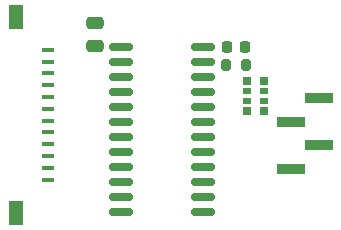
<source format=gbr>
%TF.GenerationSoftware,KiCad,Pcbnew,7.0.8*%
%TF.CreationDate,2024-06-02T10:45:53-04:00*%
%TF.ProjectId,rugby64 jr,72756762-7936-4342-906a-722e6b696361,rev?*%
%TF.SameCoordinates,Original*%
%TF.FileFunction,Soldermask,Top*%
%TF.FilePolarity,Negative*%
%FSLAX46Y46*%
G04 Gerber Fmt 4.6, Leading zero omitted, Abs format (unit mm)*
G04 Created by KiCad (PCBNEW 7.0.8) date 2024-06-02 10:45:53*
%MOMM*%
%LPD*%
G01*
G04 APERTURE LIST*
G04 Aperture macros list*
%AMRoundRect*
0 Rectangle with rounded corners*
0 $1 Rounding radius*
0 $2 $3 $4 $5 $6 $7 $8 $9 X,Y pos of 4 corners*
0 Add a 4 corners polygon primitive as box body*
4,1,4,$2,$3,$4,$5,$6,$7,$8,$9,$2,$3,0*
0 Add four circle primitives for the rounded corners*
1,1,$1+$1,$2,$3*
1,1,$1+$1,$4,$5*
1,1,$1+$1,$6,$7*
1,1,$1+$1,$8,$9*
0 Add four rect primitives between the rounded corners*
20,1,$1+$1,$2,$3,$4,$5,0*
20,1,$1+$1,$4,$5,$6,$7,0*
20,1,$1+$1,$6,$7,$8,$9,0*
20,1,$1+$1,$8,$9,$2,$3,0*%
G04 Aperture macros list end*
%ADD10R,0.700000X0.640000*%
%ADD11R,0.700000X0.500000*%
%ADD12RoundRect,0.250000X-0.475000X0.250000X-0.475000X-0.250000X0.475000X-0.250000X0.475000X0.250000X0*%
%ADD13RoundRect,0.150000X-0.837500X-0.150000X0.837500X-0.150000X0.837500X0.150000X-0.837500X0.150000X0*%
%ADD14R,1.000000X0.400000*%
%ADD15R,1.300000X2.000000*%
%ADD16RoundRect,0.200000X-0.200000X-0.275000X0.200000X-0.275000X0.200000X0.275000X-0.200000X0.275000X0*%
%ADD17R,2.350000X0.850000*%
%ADD18RoundRect,0.225000X0.225000X0.250000X-0.225000X0.250000X-0.225000X-0.250000X0.225000X-0.250000X0*%
G04 APERTURE END LIST*
D10*
%TO.C,RN1*%
X36523263Y-23463200D03*
D11*
X36523263Y-22593200D03*
X36523263Y-21793200D03*
D10*
X36523263Y-20923200D03*
X35123263Y-20923200D03*
D11*
X35123263Y-21793200D03*
X35123263Y-22593200D03*
D10*
X35123263Y-23463200D03*
%TD*%
D12*
%TO.C,C1*%
X22250400Y-16032400D03*
X22250400Y-17932400D03*
%TD*%
D13*
%TO.C,U1*%
X24485600Y-18034000D03*
X24485600Y-19304000D03*
X24485600Y-20574000D03*
X24485600Y-21844000D03*
X24485600Y-23114000D03*
X24485600Y-24384000D03*
X24485600Y-25654000D03*
X24485600Y-26924000D03*
X24485600Y-28194000D03*
X24485600Y-29464000D03*
X24485600Y-30734000D03*
X24485600Y-32004000D03*
X31410600Y-32004000D03*
X31410600Y-30734000D03*
X31410600Y-29464000D03*
X31410600Y-28194000D03*
X31410600Y-26924000D03*
X31410600Y-25654000D03*
X31410600Y-24384000D03*
X31410600Y-23114000D03*
X31410600Y-21844000D03*
X31410600Y-20574000D03*
X31410600Y-19304000D03*
X31410600Y-18034000D03*
%TD*%
D14*
%TO.C,J1*%
X18251200Y-18274400D03*
X18251200Y-19274400D03*
X18251200Y-20274400D03*
X18251200Y-21274400D03*
X18251200Y-22274400D03*
X18251200Y-23274400D03*
X18251200Y-24274400D03*
X18251200Y-25274400D03*
X18251200Y-26274400D03*
X18251200Y-27274400D03*
X18251200Y-28274400D03*
X18251200Y-29274400D03*
D15*
X15551200Y-15474400D03*
X15551200Y-32074400D03*
%TD*%
D16*
%TO.C,R1*%
X33363400Y-19558000D03*
X35013400Y-19558000D03*
%TD*%
D17*
%TO.C,J2*%
X38862000Y-28384000D03*
X41212000Y-26384000D03*
X38862000Y-24384000D03*
X41212000Y-22384000D03*
%TD*%
D18*
%TO.C,C2*%
X34963400Y-18034000D03*
X33413400Y-18034000D03*
%TD*%
M02*

</source>
